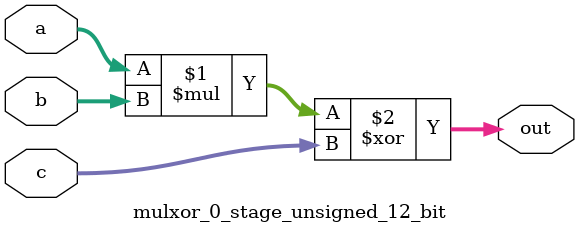
<source format=sv>
(* use_dsp = "yes" *) module mulxor_0_stage_unsigned_12_bit(
	input  [11:0] a,
	input  [11:0] b,
	input  [11:0] c,
	output [11:0] out
	);

	assign out = (a * b) ^ c;
endmodule

</source>
